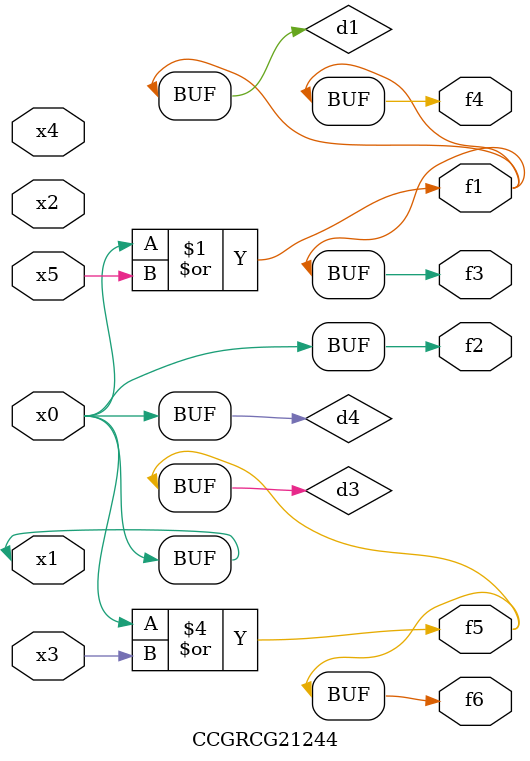
<source format=v>
module CCGRCG21244(
	input x0, x1, x2, x3, x4, x5,
	output f1, f2, f3, f4, f5, f6
);

	wire d1, d2, d3, d4;

	or (d1, x0, x5);
	xnor (d2, x1, x4);
	or (d3, x0, x3);
	buf (d4, x0, x1);
	assign f1 = d1;
	assign f2 = d4;
	assign f3 = d1;
	assign f4 = d1;
	assign f5 = d3;
	assign f6 = d3;
endmodule

</source>
